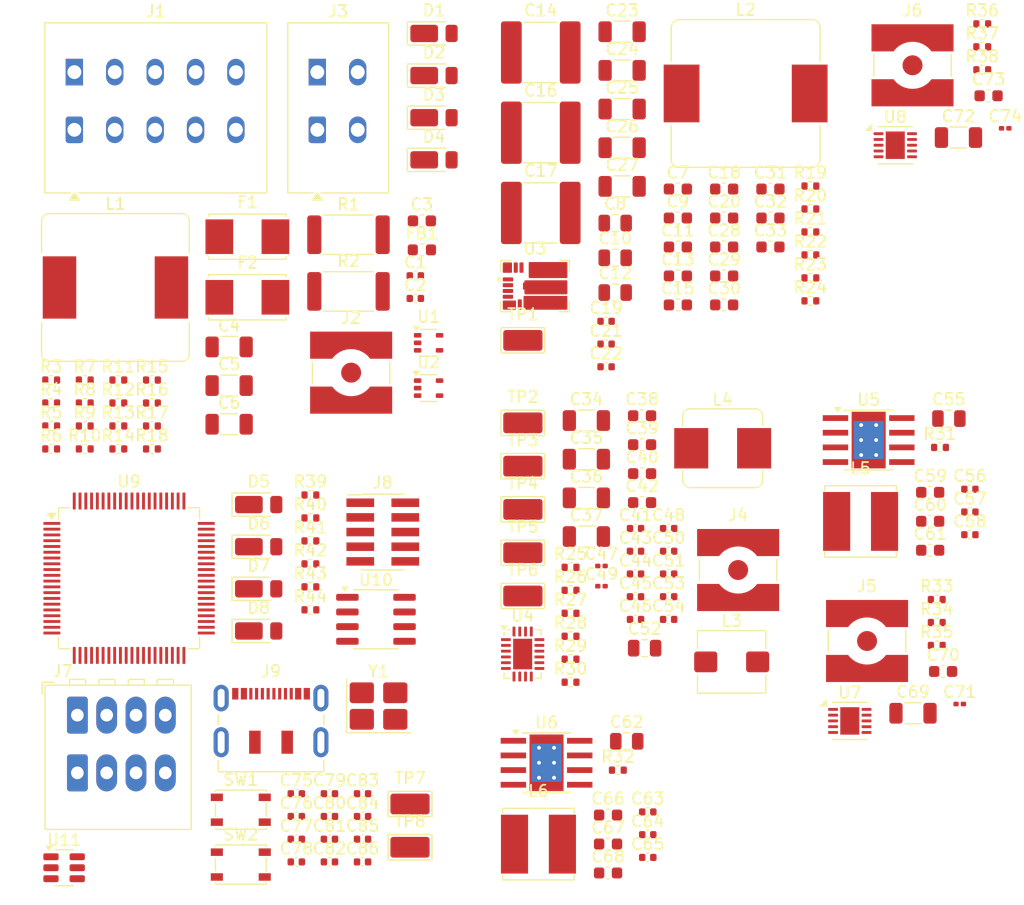
<source format=kicad_pcb>
(kicad_pcb (version 20241229) (generator "pcbnew") (generator_version "9.0")
  (layers (0 "F.Cu" signal) (4 "In1.Cu" signal) (6 "In2.Cu" signal) (8 "In3.Cu" signal) (10 "In4.Cu" signal) (2 "B.Cu" signal) (13 "F.Paste" user) (15 "B.Paste" user) (5 "F.SilkS" user "F.Silkscreen") (7 "B.SilkS" user "B.Silkscreen") (1 "F.Mask" user) (3 "B.Mask" user) (25 "Edge.Cuts" user))
  (net 0 "")
  (net 1 "GND")
  (net 2 "+3.3V")
  (net 3 "Net-(D2-K)")
  (net 4 "Net-(C5-Pad1)")
  (net 5 "VBUS")
  (net 6 "+48V")
  (net 7 "+5V")
  (net 8 "Net-(U3-HSIN)")
  (net 9 "Net-(U3-VDD)")
  (net 10 "Net-(U3-LSIN)")
  (net 11 "Net-(U3-VPHASE)")
  (net 12 "Net-(U3-VBOOT)")
  (net 13 "+12V")
  (net 14 "Net-(U4-INTVCC)")
  (net 15 "Net-(C43-Pad1)")
  (net 16 "Net-(U4-VC)")
  (net 17 "Net-(U4-SVIN)")
  (net 18 "Net-(C46-Pad2)")
  (net 19 "Net-(U4-BST)")
  (net 20 "/RF Switching PSU/SET")
  (net 21 "Net-(C48-Pad1)")
  (net 22 "Net-(C51-Pad1)")
  (net 23 "+4V")
  (net 24 "/RF Switching PSU/PGFB-")
  (net 25 "/House Keeping Supply 3.3V/VIN")
  (net 26 "Net-(U5-VCC)")
  (net 27 "Net-(U5-SW)")
  (net 28 "Net-(U5-BOOT)")
  (net 29 "Net-(U6-VCC)")
  (net 30 "Net-(U6-SW)")
  (net 31 "Net-(U6-BOOT)")
  (net 32 "+3.3VA_LMK")
  (net 33 "+3.3VA_LMX")
  (net 34 "VREF+")
  (net 35 "/MCU/PF0")
  (net 36 "/MCU/PF1")
  (net 37 "+12V_RFSOC")
  (net 38 "+VDC")
  (net 39 "/RFA_SENSE")
  (net 40 "/BUCK_VIN")
  (net 41 "/RFB_SENSE")
  (net 42 "/BUCK_VOUT")
  (net 43 "Net-(U1--)")
  (net 44 "Net-(U2--)")
  (net 45 "/MCU/DRX+")
  (net 46 "/MCU/DTX+")
  (net 47 "/MCU/DTX-")
  (net 48 "/MCU/DRX-")
  (net 49 "/MCU/TCK")
  (net 50 "/MCU/TMS")
  (net 51 "/MCU/TDI")
  (net 53 "/MCU/TDO")
  (net 54 "/MCU/NRST")
  (net 55 "/MCU/D+")
  (net 56 "/MCU/D-")
  (net 58 "Net-(J9-VBUS-PadA4)")
  (net 60 "Net-(U3-SW)")
  (net 61 "Net-(C50-Pad3)")
  (net 62 "/House Keeping Supply 5V/SET")
  (net 63 "/House Keeping Supply 3.3V/SET")
  (net 64 "/Linear POL LMX/PGFB+")
  (net 65 "/Linear POL LMX/PGFB-")
  (net 66 "/Linear POL LMX/SET")
  (net 67 "/Linear POL LMK/PGFB+")
  (net 68 "/Linear POL LMK/PGFB-")
  (net 69 "/Linear POL LMK/SET")
  (net 70 "/IBC/HS")
  (net 71 "/IBC/LS")
  (net 72 "Net-(U3-RDRV)")
  (net 73 "Net-(U3-RBOOT)")
  (net 74 "/EN_RF")
  (net 75 "Net-(U4-RT)")
  (net 76 "Net-(U4-OUTS)")
  (net 77 "Net-(U5-FB)")
  (net 78 "Net-(U6-FB)")
  (net 79 "/Linear POL LMK/PG")
  (net 80 "Net-(U7-OUTS)")
  (net 81 "/Linear POL LMX/PG")
  (net 82 "Net-(U8-OUTS)")
  (net 83 "/MCU/BOOT0")
  (net 84 "/MCU/DESD-")
  (net 85 "/MCU/DMCU-")
  (net 86 "/MCU/DESD+")
  (net 87 "/MCU/DMCU+")
  (net 88 "Net-(U4-CLKOUT)")
  (net 89 "Net-(U4-PHMODE)")
  (net 90 "/SOC_ISENSE")
  (net 91 "/RF_ISENSE")
  (net 92 "/IBC/~{EN}")
  (net 93 "/PG_RF")
  (net 94 "/SYNC_RF")
  (net 95 "/House Keeping Supply 5V/PG")
  (net 96 "/House Keeping Supply 3.3V/PG")
  (net 115 "/MCU/BOOT_RX")
  (net 139 "/MCU/BOOT_TX")
  (footprint "Package_DFN_QFN:EPC_QFN-13-3EP_3.5x5mm_P0.5mm" (layer "F.Cu") (at 58.874132 37.704)
    (property "Reference" "U3")
    (property "Value" "EPC23104")
  )
  (footprint "Capacitor_SMD:C_1206_3216Metric" (layer "F.Cu") (at 66.417 22.364)
    (property "Reference" "C25")
    (property "Value" "22u")
  )
  (footprint "Resistor_SMD:R_2512_6332Metric" (layer "F.Cu") (at 42.707 38.164)
    (property "Reference" "R2")
    (property "Value" "5m")
  )
  (footprint "Resistor_SMD:R_0402_1005Metric" (layer "F.Cu") (at 61.947 64.064)
    (property "Reference" "R26")
    (property "Value" "499")
  )
  (footprint "Capacitor_SMD:C_0402_1005Metric" (layer "F.Cu") (at 96.547 55.304)
    (property "Reference" "C56")
    (property "Value" "220n")
  )
  (footprint "Capacitor_SMD:C_0402_1005Metric" (layer "F.Cu") (at 70.447 64.614)
    (property "Reference" "C53")
    (property "Value" "DNP")
  )
  (footprint "Capacitor_SMD:C_1206_3216Metric" (layer "F.Cu") (at 66.417 19.014)
    (property "Reference" "C24")
    (property "Value" "22u")
  )
  (footprint "Capacitor_SMD:C_1206_3216Metric" (layer "F.Cu") (at 66.417 29.064)
    (property "Reference" "C27")
    (property "Value" "22u")
  )
  (footprint "Capacitor_SMD:C_0402_1005Metric" (layer "F.Cu") (at 38.187 85.624)
    (property "Reference" "C77")
    (property "Value" "12p")
  )
  (footprint "Capacitor_SMD:C_0402_1005Metric" (layer "F.Cu") (at 96.547 57.274)
    (property "Reference" "C57")
    (property "Value" "1u")
  )
  (footprint "Capacitor_SMD:C_1206_3216Metric" (layer "F.Cu") (at 63.317 52.704)
    (property "Reference" "C35")
    (property "Value" "22u")
  )
  (footprint "Capacitor_SMD:C_1206_3216Metric" (layer "F.Cu") (at 63.317 49.354)
    (property "Reference" "C34")
    (property "Value" "22u")
  )
  (footprint "Connector_Coaxial:SMA_Amphenol_132134-10_Vertical" (layer "F.Cu") (at 42.937 45.204)
    (property "Reference" "J2")
    (property "Value" "VSENSE")
  )
  (footprint "Inductor_SMD:L_Bourns_SRP5030T" (layer "F.Cu") (at 75.907 70.264)
    (property "Reference" "L3")
    (property "Value" "1u")
  )
  (footprint "Capacitor_SMD:C_0603_1608Metric" (layer "F.Cu") (at 94.227 71.094)
    (property "Reference" "C70")
    (property "Value" "10u")
  )
  (footprint "Resistor_SMD:R_0402_1005Metric" (layer "F.Cu") (at 82.727 38.984)
    (property "Reference" "R24")
    (property "Value" "2.2")
  )
  (footprint "Capacitor_SMD:C_0603_1608Metric" (layer "F.Cu") (at 68.147 53.954)
    (property "Reference" "C40")
    (property "Value" "2.2u")
  )
  (footprint "Connector_Coaxial:SMA_Amphenol_132134-10_Vertical" (layer "F.Cu") (at 76.467 62.304)
    (property "Reference" "J4")
    (property "Value" "VSENSE")
  )
  (footprint "Capacitor_SMD:C_0402_1005Metric" (layer "F.Cu") (at 70.447 60.674)
    (property "Reference" "C50")
    (property "Value" "10u")
  )
  (footprint "Capacitor_SMD:C_1206_3216Metric" (layer "F.Cu") (at 32.367 49.674)
    (property "Reference" "C6")
    (property "Value" "22u")
  )
  (footprint "Capacitor_SMD:C_0402_1005Metric" (layer "F.Cu") (at 70.447 62.644)
    (property "Reference" "C51")
    (property "Value" "10u")
  )
  (footprint "Resistor_SMD:R_0402_1005Metric" (layer "F.Cu") (at 25.677 47.834)
    (property "Reference" "R16")
    (property "Value" "33k")
  )
  (footprint "Capacitor_SMD:C_0402_1005Metric" (layer "F.Cu") (at 67.577 58.704)
    (property "Reference" "C41")
    (property "Value" "1u")
  )
  (footprint "Diode_SMD:D_PowerDI-123" (layer "F.Cu") (at 50.117 23.114)
    (property "Reference" "D3")
    (property "Value" "DFLS1150")
  )
  (footprint "TestPoint:TestPoint_Keystone_5015_Micro_Mini" (layer "F.Cu") (at 48.037 86.324)
    (property "Reference" "TP8")
    (property "Value" "BOOT0")
  )
  (footprint "Capacitor_SMD:C_0603_1608Metric" (layer "F.Cu") (at 65.197 88.554)
    (property "Reference" "C68")
    (property "Value" "22u")
  )
  (footprint "Resistor_SMD:R_0402_1005Metric" (layer "F.Cu") (at 39.407 57.794)
    (property "Reference" "R40")
    (property "Value" "120")
  )
  (footprint "Resistor_SMD:R_0402_1005Metric" (layer "F.Cu") (at 19.857 47.834)
    (property "Reference" "R8")
    (property "Value" "49.9k")
  )
  (footprint "Resistor_SMD:R_0402_1005Metric" (layer "F.Cu") (at 22.767 49.824)
    (property "Reference" "R13")
    (property "Value" "357k")
  )
  (footprint "Capacitor_SMD:C_0402_1005Metric" (layer "F.Cu") (at 41.057 81.684)
    (property "Reference" "C79")
    (property "Value" "10n")
  )
  (footprint "Package_TO_SOT_SMD:SOT-353_SC-70-5" (layer "F.Cu") (at 49.647 46.544)
    (property "Reference" "U2")
    (property "Value" "INA290A2xDCK")
  )
  (footprint "Button_Switch_SMD:SW_SPST_PTS810" (layer "F.Cu") (at 33.377 87.824)
    (property "Reference" "SW2")
    (property "Value" "BOOT0")
  )
  (footprint "Capacitor_SMD:C_0201_0603Metric" (layer "F.Cu") (at 99.607 24.034)
    (property "Reference" "C74")
    (property "Value" "DNP")
  )
  (footprint "TestPoint:TestPoint_Keystone_5015_Micro_Mini" (layer "F.Cu") (at 57.817 57.054)
    (property "Reference" "TP4")
    (property "Value" "CLKOUT")
  )
  (footprint "Capacitor_SMD:C_0603_1608Metric" (layer "F.Cu") (at 75.257 31.804)
    (property "Reference" "C20")
    (property "Value" "2.2u")
  )
  (footprint "Capacitor_SMD:C_0805_2012Metric" (layer "F.Cu") (at 94.727 49.184)
    (property "Reference" "C55")
    (property "Value" "2.2u")
  )
  (footprint "Package_TO_SOT_SMD:SOT-23-6" (layer "F.Cu") (at 18.067 88.099)
    (property "Reference" "U11")
    (property "Value" "USBLC6-2SC6")
  )
  (footprint "Fuse:Fuseholder_Littelfuse_Nano2_157x" (layer "F.Cu") (at 33.947 38.674)
    (property "Reference" "F2")
    (property "Value" "5A")
  )
  (footprint "Resistor_SMD:R_0402_1005Metric" (layer "F.Cu") (at 93.677 64.864)
    (property "Reference" "R33")
    (property "Value" "200k")
  )
  (footprint "Capacitor_SMD:C_0402_1005Metric" (layer "F.Cu") (at 67.577 64.614)
    (property "Reference" "C45")
    (property "Value" "100n")
  )
  (footprint "Capacitor_SMD:C_0603_1608Metric" (layer "F.Cu") (at 93.107 55.574)
    (property "Reference" "C59")
    (property "Value" "22u")
  )
  (footprint "Resistor_SMD:R_0402_1005Metric" (layer "F.Cu") (at 82.727 36.994)
    (property "Reference" "R23")
    (property "Value" "2.2")
  )
  (footprint "Resistor_SMD:R_0402_1005Metric" (layer "F.Cu") (at 61.947 62.074)
    (property "Reference" "R25")
    (property "Value" "4.7k")
  )
  (footprint "Resistor_SMD:R_0402_1005Metric" (layer "F.Cu") (at 19.857 51.814)
    (property "Reference" "R10")
    (property "Value" "43.2k")
  )
  (footprint "Capacitor_SMD:C_0402_1005Metric" (layer "F.Cu") (at 68.637 87.204)
    (property "Reference" "C65")
    (property "Value" "100n")
  )
  (footprint "Resistor_SMD:R_0402_1005Metric" (layer "F.Cu") (at 93.957 51.684)
    (property "Reference" "R31")
    (property "Value" "100k")
  )
  (footprint "TerminalBlock_WAGO:TerminalBlock_WAGO_2601-1105_1x05_P3.50mm_Horizontal" (layer "F.Cu") (at 18.957 24.164)
    (property "Reference" "J1")
    (property "Value" "POWER")
  )
  (footprint "Capacitor_SMD:C_0402_1005Metric" (layer "F.Cu") (at 68.637 85.234)
    (property "Reference" "C64")
    (property "Value" "1u")
  )
  (footprint "Capacitor_SMD:C_0603_1608Metric" (layer "F.Cu") (at 68.147 51.444)
    (property "Reference" "C39")
    (property "Value" "2.2u")
  )
  (footprint "Resistor_SMD:R_0402_1005Metric" (layer "F.Cu") (at 39.407 63.764)
    (property "Reference" "R43")
    (property "Value" "27")
  )
  (footprint "Capacitor_SMD:C_0603_1608Metric" (layer "F.Cu") (at 75.257 29.294)
    (property "Reference" "C18")
    (property "Value" "2.2u")
  )
  (footprint "Connector_USB:USB_C_Receptacle_JAE_DX07S016JA1R1500" (layer "F.Cu") (at 35.997 76.074)
    (property "Reference" "J9")
    (property "Value" "USB-C")
  )
  (footprint "Resistor_SMD:R_2512_6332Metric" (layer "F.Cu") (at 42.707 33.254)
    (property "Reference" "R1")
    (property "Value" "5m")
  )
  (footprint "Package_DFN_QFN:QFN-20-1EP_3x4mm_P0.5mm_EP1.65x2.65mm" (layer "F.Cu") (at 57.797 69.584)
    (property "Reference" "U4")
    (property "Value" "LT8625S")
  )
  (footprint "Package_DFN_QFN:DFN-10-1EP_3x3mm_P0.5mm_EP1.65x2.38mm" (layer "F.Cu") (at 86.142 75.379)
    (property "Reference" "U7")
    (property "Value" "LT3045xDD")
  )
  (footprint "Resistor_SMD:R_0402_1005Metric" (layer "F.Cu") (at 25.677 45.844)
    (property "Reference" "R15")
    (property "Value" "453k")
  )
  (footprint "Capacitor_SMD:C_0805_2012Metric" (layer "F.Cu") (at 66.817 77.144)
    (property "Reference" "C62")
    (property "Value" "2.2u")
  )
  (footprint "Capacitor_SMD:C_2220_5750Metric" (layer "F.Cu") (at 59.367 31.364)
    (property "Reference" "C17")
    (property "Value" "22u")
  )
  (footprint "Capacitor_SMD:C_2220_5750Metric" (layer "F.Cu") (at 59.367 24.414)
    (property "Reference" "C16")
    (property "Value" "22u")
  )
  (footprint "Resistor_SMD:R_0402_1005Metric" (layer "F.Cu") (at 82.727 31.024)
    (property "Reference" "R20")
    (property "Value" "0")
  )
  (footprint "Diode_SMD:D_PowerDI-123" (layer "F.Cu") (at 34.927 67.584)
    (property "Reference" "D8")
    (property "Value" "DFLS1150")
  )
  (footprint "Capacitor_SMD:C_0402_1005Metric" (layer "F.Cu") (at 70.447 66.584)
    (property "Reference" "C54")
    (property "Value" "470p")
  )
  (footprint "Capacitor_SMD:C_0603_1608Metric" (layer "F.Cu") (at 68.147 48.934)
    (property "Reference" "C38")
    (property "Value" "2.2u")
  )
  (footprint "Resistor_SMD:R_0402_1005Metric" (layer "F.Cu") (at 25.677 51.814)
    (property "Reference" "R18")
    (property "Value" "33k")
  )
  (footprint "Capacitor_SMD:C_0603_1608Metric" (layer "F.Cu") (at 75.257 34.314)
    (property "Reference" "C28")
    (property "Value" "2.2u")
  )
  (footprint "Capacitor_SMD:C_0201_0603Metric" (layer "F.Cu") (at 64.627 61.954)
    (property "Reference" "C47")
    (property "Value" "2.2u")
  )
  (footprint "Inductor_SMD:L_Bourns_SRN6045TA" (layer "F.Cu") (at 59.167 86.054)
    (property "Reference" "L6")
    (property "Value" "22u")
  )
  (footprint "Diode_SMD:D_PowerDI-123" (layer "F.Cu") (at 34.927 63.934)
    (property "Reference" "D7")
    (property "Value" "DFLS1150")
  )
  (footprint "Resistor_SMD:R_0402_1005Metric" (layer "F.Cu") (at 16.947 45.844)
    (property "Reference" "R3")
    (property "Value" "267k")
  )
  (footprint "Capacitor_SMD:C_0402_1005Metric" (layer "F.Cu") (at 41.057 83.654)
    (property "Reference" "C80")
    (property "Value" "1u")
  )
  (footprint "Capacitor_SMD:C_1206_3216Metric" (layer "F.Cu") (at 91.617 74.714)
    (property "Reference" "C69")
    (property "Value" "4.7u")
  )
  (footprint "Capacitor_SMD:C_0201_0603Metric" (layer "F.Cu") (at 64.627 63.704)
    (property "Reference" "C49")
    (property "Value" "2.2u")
  )
  (footprint "Capacitor_SMD:C_2220_5750Metric" (layer "F.Cu") (at 59.367 17.464)
    (property "Reference" "C14")
    (property "Value" "22u")
  )
  (footprint "Capacitor_SMD:C_0402_1005Metric" (layer "F.Cu") (at 67.577 66.584)
    (property "Reference" "C46")
    (property "Value" "1u")
  )
  (footprint "Inductor_SMD:L_Bourns_SRR1260" (layer "F.Cu") (at 22.517 37.824)
    (property "Reference" "L1")
    (property "Value" "1u")
  )
  (footprint "Capacitor_SMD:C_0603_1608Metric" (layer "F.Cu") (at 75.257 39.334)
    (property "Reference" "C30")
    (property "Value" "2.2u")
  )
  (footprint "Capacitor_SMD:C_0603_1608Metric" (layer "F.Cu") (at 98.167 21.214)
    (property "Reference" "C73")
    (property "Value" "10u")
  )
  (footprint "Capacitor_SMD:C_0402_1005Metric" (layer "F.Cu") (at 38.187 81.684)
    (property "Reference" "C75")
    (property "Value" "10n")
  )
  (footprint "Capacitor_SMD:C_0402_1005Metric" (layer "F.Cu") (at 65.027 42.724)
    (property "Reference" "C21")
    (property "Value" "DNP")
  )
  (footprint "Capacitor_SMD:C_0402_1005Metric" (layer "F.Cu") (at 43.927 83.654)
    (property "Reference" "C84")
    (property "Value" "100n")
  )
  (footprint "Diode_SMD:D_PowerDI-123" (layer "F.Cu") (at 50.117 26.764)
    (property "Reference" "D4")
    (property "Value" "DFLS1150")
  )
  (footprint "TestPoint:TestPoint_Keystone_5015_Micro_Mini" (layer "F.Cu") (at 57.817 60.804)
    (property "Reference" "TP5")
    (property "Value" "PHMODE")
  )
  (footprint "Resistor_SMD:R_0402_1005Metric" (layer "F.Cu") (at 16.947 51.814)
    (property "Reference" "R6")
    (property "Value" "49.9k")
  )
  (footprint "Resistor_SMD:R_0402_1005Metric" (layer "F.Cu") (at 22.767 47.834)
    (property "Reference" "R12")
    (property "Value" "49.9k")
  )
  (footprint "Resistor_SMD:R_0402_1005Metric" (layer "F.Cu") (at 97.617 16.974)
    (property "Reference" "R37")
    (property "Value" "10")
  )
  (footprint "TestPoint:TestPoint_Keystone_5015_Micro_Mini" (layer "F.Cu") (at 57.817 42.404)
    (property "Reference" "TP1")
    (property "Value" "GANSW")
  )
  (footprint "Diode_SMD:D_PowerDI-123" (layer "F.Cu") (at 34.927 56.634)
    (property "Reference" "D5")
    (property "Value" "DFLS1150")
  )
  (footprint "Package_SO:Texas_HTSOP-8-1EP_3.9x4.9mm_P1.27mm_EP2.95x4.9mm_Mask2.4x3.1mm_ThermalVias" (layer "F.Cu") (at 87.777 51.044)
    (property "Reference" "U5")
    (property "Value" "LMR36510ADDA")
  )
  (footprint "Resistor_SMD:R_0402_1005Metric" (layer "F.Cu") (at 97.617 14.984)
    (property "Reference" "R36")
    (property "Value" "200k")
  )
  (footprint "Resistor_SMD:R_0402_1005Metric" (layer "F.Cu") (at 22.767 45.844)
    (property "Reference" "R11")
    (property "Value" "267k")
  )
  (footprint "Resistor_SMD:R_0402_1005Metric" (layer "F.Cu") (at 66.047 79.644)
    (property "Reference" "R32")
    (property "Value" "100k")
  )
  (footprint "Resistor_SMD:R_0402_1005Metric" (layer "F.Cu") (at 25.677 49.824)
    (property "Reference" "R17")
    (property "Value" "453k")
  )
  (footprint "Capacitor_SMD:C_0603_1608Metric" (layer "F.Cu") (at 79.267 31.804)
    (property "Reference" "C32")
    (property "Value" "2.2u")
  )
  (footprint "Capacitor_SMD:C_0402_1005Metric" (layer "F.Cu") (at 43.927 81.684)
    (property "Reference" "C83")
    (property "Value" "100n")
  )
  (footprint "TerminalBlock_WAGO:TerminalBlock_WAGO_233-504_2x04_P2.54mm" (layer "F.Cu") (at 19.217 74.879)
    (property "Reference" "J7")
    (property "Value" "RS485")
  )
  (footprint "Diode_SMD:D_PowerDI-123" (layer "F.Cu") (at 50.117 19.464)
    (property "Reference" "D2")
    (property "Value" "DFLS1150")
  )
  (footprint "Inductor_SMD:L_Bourns_SRN6045TA" (layer "F.Cu") (at 87.077 58.094)
    (property "Reference" "L5")
    (property "Value" "22u")
  )
  (footprint "Resistor_SMD:R_0402_1005Metric" (layer "F.Cu") (at 39.407 59.784)
    (property "Reference" "R41")
    (property "Value" "4.7k")
  )
  (footprint "Capacitor_SMD:C_0402_1005Metric" (layer "F.Cu") (at 67.577 60.674)
    (property "Reference" "C43")
    (property "Value" "10n")
  )
  (footprint "Capacitor_SMD:C_0402_1005Metric" (layer "F.Cu") (at 48.497 38.774)
    (property "Reference" "C2")
    (property "Value" "100n")
  )
  (footprint "Capacitor_SMD:C_0402_1005Metric" (layer "F.Cu") (at 96.547 59.244)
    (property "Reference" "C58")
    (property "Value" "100n")
  )
  (footprint "Capacitor_SMD:C_0603_1608Metric" (layer "F.Cu") (at 71.247 36.824)
    (property "Reference" "C13")
    (property "Value" "100n")
  )
  (footprint "Package_TO_SOT_SMD:SOT-353_SC-70-5" (layer "F.Cu") (at 49.647 42.619)
    (property "Reference" "U1")
    (property "Value" "INA290A2xDCK")
  )
  (footprint "Diode_SMD:D_PowerDI-123" (layer "F.Cu") (at 34.927 60.284)
    (property "Reference" "D6")
    (property "Value" "DFLS1150")
  )
  (footprint "Capacitor_SMD:C_0805_2012Metric" (layer "F.Cu") (at 65.817 32.244)
    (property "Reference" "C8")
    (property "Value" "2.2u")
  )
  (footprint "Inductor_SMD:L_Bourns_SRP1245A" (layer "F.Cu") (at 77.117 21.014)
    (property "Reference" "L2")
    (property "Value" "1.5u")
  )
  (footprint "TestPoint:TestPoint_Keystone_5015_Micro_Mini" (layer "F.Cu") (at 57.817 49.554)
    (property "Reference" "TP2")
    (property "Value" "INTVCC")
  )
  (footprint "Capacitor_SMD:C_0603_1608Metric" (layer "F.Cu") (at 71.247 39.334)
    (property "Reference" "C15")
    (property "Value" "100n")
  )
  (footprint "Resistor_SMD:R_0402_1005Metric" (layer "F.Cu") (at 61.947 66.054)
    (property "Reference" "R27")
    (property "Value" "2.2")
  )
  (footprint "Capacitor_SMD:C_0603_1608Metric" (layer "F.Cu") (at 49.067 32.054)
    (property "Reference" "C3")
    (property "Value" "2.2u")
  )
  (footprint "Capacitor_SMD:C_0603_1608Metric" (layer "F.Cu") (at 75.257 36.824)
    (property "Reference" "C29")
    (property "Value" "2.2u")
  )
  (footprint "Resistor_SMD:R_0402_1005Metric" (layer "F.Cu") (at 61.947 70.034)
    (property "Reference" "R29")
    (property "Value" "10")
  )
  (footprint "Package_SO:Texas_HTSOP-8-1EP_3.9x4.9mm_P1.27mm_EP2.95x4.9mm_Mask2.4x3.1mm_ThermalVias" (layer "F.Cu") (at 59.867 79.004)
    (property "Reference" "U6")
    (property "Value" "LMR36510ADDA")
  )
  (footprint "Capacitor_SMD:C_0402_1005Metric" (layer "F.Cu") (at 38.187 87.594)
    (property "Reference" "C78")
    (property "Value" "1u")
  )
  (footprint "Inductor_SMD:L_Bourns_SRP7028A_7.3x6.6mm" (layer "F.Cu") (at 75.127 51.754)
    (property "Reference" "L4")
    (property "Value" "220n")
  )
  (footprint "TerminalBlock_WAGO:TerminalBlock_WAGO_2601-1102_1x02_P3.50mm_Horizontal" (layer "F.Cu") (at 40.007 24.164)
    (property "Reference" "J3")
    (property "Value" "RFSOC_POWER")
  )
  (footprint "Resistor_SMD:R_0402_1005Metric" (layer "F.Cu") (at 82.727 29.034)
    (property "Reference" "R19")
    (property "Value" "0")
  )
  (footprint "Capacitor_SMD:C_0805_2012Metric" (layer "F.Cu") (at 65.817 38.264)
    (property "Reference" "C12")
    (property "Value" "2.2u")
  )
  (footprint "Capacitor_SMD:C_1206_3216Metric" (layer "F.Cu") (at 63.317 56.054)
    (property "Reference" "C36")
    (property "Value" "22u")
  )
  (footprint "Crystal:Crystal_SMD_3225-4Pin_3.2x2.5mm_HandSoldering" (layer "F.Cu") (at 45.312 74.089)
    (property "Reference" "Y1")
    (property "Value" "16MHz")
  )
  (footprint "TestPoint:TestPoint_Keystone_5015_Micro_Mini" (layer "F.Cu") (at 48.037 82.574)
    (property "Reference" "TP7")
    (property "Value" "VBUS")
  )
  (footprint "Package_QFP:LQFP-80_12x12mm_P0.5mm" (layer "F.Cu") (at 23.697 63.014)
    (property "Reference" "U9")
    (property "Value" "STM32G474MBTx")
  )
  (footprint "Inductor_SMD:L_0603_1608Metric" (layer "F.Cu") (at 49.067 34.564)
    (property "Reference" "FB1")
    (property "Value" "74279228600")
  )
  (footprint "Resistor_SMD:R_0402_1005Metric" (layer "F.Cu") (at 22.767 51.814)
    (property "Reference" "R14")
    (property "Value" "40k")
  )
  (footprint "Capacitor_SMD:C_0402_1005Metric" (layer "F.Cu") (at 65.027 44.694)
    (property "Reference" "C22")
    (property "Value" "100n")
  )
  (footprint "Connector_Coaxial:SMA_Amphenol_132134-10_Vertical" (layer "F.Cu") (at 87.637 68.454)
    (property "Reference" "J5")
    (property "Value" "VSENSE")
  )
  (footprint "Capacitor_SMD:C_0402_1005Metric" (layer "F.Cu") (at 68.637 83.264)
    (property "Reference" "C63")
    (property "Value" "220n")
  )
  (footprint "Resistor_SMD:R_0402_1005Metric" (layer "F.Cu") (at 39.407 65.754)
    (property "Reference" "R44")
    (property "Value" "27")
  )
  (footprint "Resistor_SMD:R_0402_1005Metric" (layer "F.Cu") (at 97.617 18.964)
    (property "Reference" "R38")
    (property "Value" "49.9k")
  )
  (footprint "Capacitor_SMD:C_1206_3216Metric" (layer "F.Cu") (at 32.367 42.974)
    (property "Reference" "C4")
    (property "Value" "22u")
  )
  (footprint "Capacitor_SMD:C_0603_1608Metric" (layer "F.Cu") (at 71.247 31.804)
    (property "Reference" "C9")
    (property "Value" "100n")
  )
  (footprint "Resistor_SMD:R_0402_1005Metric" (layer "F.Cu") (at 61.947 68.044)
    (property "Reference" "R28")
    (property "Value" "47.5k")
  )
  (footprint "Capacitor_SMD:C_0402_1005Metric" (layer "F.Cu") (at 38.187 83.654)
    (property "Reference" "C76")
    (property "Value" "12p")
  )
  (footprint "Capacitor_SMD:C_0603_1608Metric" (layer "F.Cu") (at 79.267 34.314)
    (property "Reference" "C33")
    (property "Value" "2.2u")
  )
  (footprint "Resistor_SMD:R_0402_1005Metric" (layer "F.Cu") (at 16.947 47.834)
    (property "Reference" "R4")
    (property "Value" "49.9k")
  )
  (footprint "Capacitor_SMD:C_0603_1608Metric" (layer "F.Cu") (at 71.247 29.294)
    (property "Reference" "C7")
    (property "Value" "100n")
  )
  (footprint "Capacitor_SMD:C_0402_1005Metric" (layer "F.Cu") (at 67.577 62.644)
    (property "Reference" "C44")
    (property "Value" "82p")
  )
  (footprint "Capacitor_SMD:C_0402_1005Metric" (layer "F.Cu") (at 70.447 58.704)
    (property "Reference" "C48")
    (property "Value" "22u")
  )
  (footprint "Capacitor_SMD:C_0603_1608Metric" (layer "F.Cu") (at 71.247 34.314)
    (property "Reference" "C11")
    (property "Value" "100n")
  )
  (footprint "Resistor_SMD:R_0402_1005Metric" (layer "F.Cu") (at 93.677 68.844)
    (property "Reference" "R35")
    (property "Value" "49.9k")
  )
  (footprint "Capacitor_SMD:C_0402_1005Metric" (layer "F.Cu") (at 41.057 87.594)
    (property "Reference" "C82")
    (property "Value" "100n")
  )
  (footprint "Resistor_SMD:R_0402_1005Metric" (layer "F.Cu") (at 19.857 45.844)
    (property "Reference" "R7")
    (property "Value" "1M")
  )
  (footprint "TestPoint:TestPoint_Keystone_5015_Micro_Mini" (layer "F.Cu") (at 57.817 53.304)
    (property "Reference" "TP3")
    (property "Value" "VC")
  )
  (footprint "Capacitor_SMD:C_0603_1608Metric" (layer "F.Cu") (at 93.107 60.594)
    (property "Reference" "C61")
    (property "Value" "22u")
  )
  (footprint "Resistor_SMD:R_0402_1005Metric" (layer "F.Cu") (at 39.407 61.774)
    (property "Reference" "R42")
    (property "Value" "4.7k")
  )
  (footprint "Capacitor_SMD:C_1206_3216Metric" (layer "F.Cu") (at 63.317 59.404)
    (property "Reference" "C37")
    (property "Value" "22u")
  )
  (footprint "Resistor_SMD:R_0402_1005Metric" (layer "F.Cu") (at 93.677 66.854)
    (property "Reference" "R34")
    (property "Value" "10")
  )
  (footprint "Capacitor_SMD:C_0201_0603Metric" (layer "F.Cu") (at 95.667 73.914)
    (property "Reference" "C71")
    (property "Value" "DNP")
  )
  (footprint "Resistor_SMD:R_0402_1005Metric" (layer "F.Cu") (at 19.857 49.824)
    (property "Reference" "R9")
    (property "Value" "24.9k")
  )
  (footprint "Package_DFN_QFN:DFN-10-1EP_3x3mm_P0.5mm_EP1.65x2.38mm" (layer "F.Cu") (at 90.082 25.499)
    (property "Reference" "U8")
    (property "Value" "LT3045xDD")
  )
  (footprint "Capacitor_SMD:C_1206_3216Metric" (layer "F.Cu") (at 66.417 15.664)
    (property "Reference" "C23")
    (property "Value" "22u")
  )
  (footprint "Capacitor_SMD:C_0402_1005Metric" (layer "F.Cu") (at 48.497 36.804)
    (property "Reference" "C1")
    (property "Value" "100n")
  )
  (footprint "Capacitor_SMD:C_1206_3216Metric" (layer "F.Cu") (at 66.417 25.714)
    (property "Reference" "C26")
    (property "Value" "22u")
  )
  (footprint "Button_Switch_SMD:SW_SPST_PTS810" (layer "F.Cu") (at 33.377 83.074)
    (property "Reference" "SW1")
    (property "Value" "SYS_RESET")
  )
  (footprint "Capacitor_SMD:C_0603_1608Metric" (layer "F.Cu") (at 65.197 83.534)
    (property "Reference" "C66")
    (property "Value" "22u")
  )
  (footprint "Capacitor_SMD:C_0603_1608Metric" (layer "F.Cu") (at 68.147 56.464)
    (property "Reference" "C42")
    (property "Value" "2.2u")
  )
  (footprint "Capacitor_SMD:C_1206_3216Metric" (layer "F.Cu") (at 95.557 24.834)
    (property "Reference" "C72")
    (property "Value" "4.7u")
  )
  (footprint "Capacitor_SMD:C_0805_2012Metric" (layer "F.Cu") (at 65.817 35.254)
    (property "Reference" "C10")
    (property "Value" "2.2u")
  )
  (footprint "Capacitor_SMD:C_0402_1005Metric" (layer "F.Cu") (at 65.027 40.754)
    (property "Reference" "C19")
    (property "Value" "DNP")
  )
  (footprint "Capacitor_SMD:C_0805_2012Metric" (layer "F.Cu") (at 68.367 69.074)
    (property "Reference" "C52")
    (property "Value" "100u")
  )
  (footprint "Capacitor_SMD:C_0603_1608Metric" (layer "F.Cu") (at 65.197 86.044)
    (property "Reference" "C67")
    (property "Value" "22u")
  )
  (footprint "Capacitor_SMD:C_0402_1005Metric" (layer "F.Cu") (at 43.927 87.594)
    (property "Reference" "C86")
    (property "Value" "100n")
  )
  (footprint "Fuse:Fuseholder_Littelfuse_Nano2_157x" (layer "F.Cu") (at 33.947 33.424)
    (property "Reference" "F1")
    (property "Value" "10A")
  )
  (footprint "Connector_Coaxial:SMA_Amphenol_132134-10_Vertical" (layer "F.Cu") (at 91.577 18.574)
    (property "Reference" "J6")
    (property "Value" "VSENSE")
  )
  (footprint "Capacitor_SMD:C_0402_1005Metric" (layer "F.Cu") (at 43.927 85.624)
    (property "Reference" "C85")
    (property "Value" "100n")
  )
  (footprint "TestPoint:TestPoint_Keystone_5015_Micro_Mini" (layer "F.Cu") (at 57.817 64.554)
    (property "Reference" "TP6")
    (property "Value" "LNSW")
  )
  (footprint "Diode_SMD:D_PowerDI-123" (layer "F.Cu") (at 50.117 15.814)
    (property "Reference" "D1")
    (property "Value" "DFLS1150")
  )
  (footprint "Package_SO:SOIC-8_3.9x4.9mm_P1.27mm" (layer "F.Cu") (at 45.087 66.574)
    (property "Reference" "U10")
    (property "Value" "LTC2851xS8")
  )
  (footprint "Capacitor_SMD:C_1206_3216Metric" (layer "F.Cu") (at 32.367 46.324)
    (property "Reference" "C5")
    (property "Value" "22u")
  )
  (footprint "Resistor_SMD:R_0402_1005Metric" (layer "F.Cu") (at 82.727 35.004)
    (property "Reference" "R22")
    (property "Value" "4.7k")
  )
  (footprint "Capacitor_SMD:C_0603_1608Metric" (layer "F.Cu") (at 79.267 29.294)
    (property "Reference" "C31")
    (property "Value" "2.2u")
  )
  (footprint "Connector_PinHeader_1.27mm:PinHeader_2x05_P1.27mm_Vertical_SMD" (layer "F.Cu") (at 45.677 59.014)
    (property "Reference" "J8")
    (property "Value" "JTAG")
  )
  (footprint "Capacitor_SMD:C_0603_1608Metric" (layer "F.Cu") (at 93.107 58.084)
    (property "Reference" "C60")
    (property "Value" "22u")
  )
  (footprint "Resistor_SMD:R_0402_1005Metric" (layer "F.Cu") (at 61.947 72.024)
    (property "Reference" "R30")
    (property "Value" "49.9k")
  )
  (footprint "Resistor_SMD:R_0402_1005Metric" (layer "F.Cu") (at 16.947 49.824)
    (property "Reference" "R5")
    (property "Value" "49.9k")
  )
  (footprint "Capacitor_SMD:C_0402_1005Metric" (layer "F.Cu") (at 41.057 85.624)
    (property "Reference" "C81")
    (property "Value" "100n")
  )
  (footprint "Resistor_SMD:R_0402_1005Metric" (layer "F.Cu") (at 82.727 33.014)
    (property "Reference" "R21")
    (property "Value" "4.7k")
  )
  (footprint "Resistor_SMD:R_0402_1005Metric" (layer "F.Cu") (at 39.407 55.804)
    (property "Reference" "R39")
    (property "Value" "120")
  )
)
</source>
